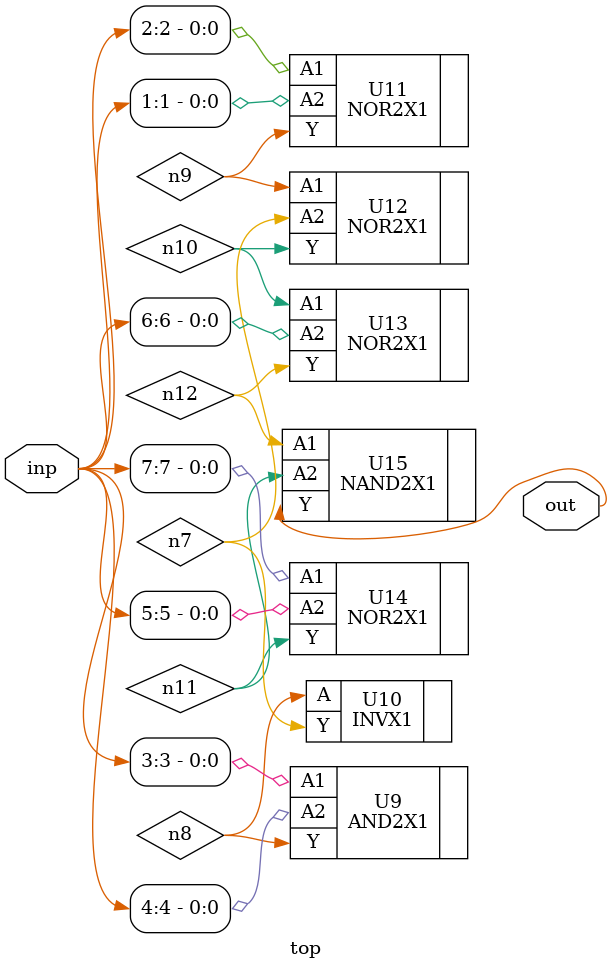
<source format=sv>


module top ( inp, out );
  input [7:0] inp;
  output out;
  wire   n7, n8, n9, n10, n11, n12;

  AND2X1 U9 ( .A1(inp[3]), .A2(inp[4]), .Y(n8) );
  INVX1 U10 ( .A(n8), .Y(n7) );
  NOR2X1 U11 ( .A1(inp[2]), .A2(inp[1]), .Y(n9) );
  NOR2X1 U12 ( .A1(n9), .A2(n7), .Y(n10) );
  NOR2X1 U13 ( .A1(n10), .A2(inp[6]), .Y(n12) );
  NOR2X1 U14 ( .A1(inp[7]), .A2(inp[5]), .Y(n11) );
  NAND2X1 U15 ( .A1(n12), .A2(n11), .Y(out) );
endmodule


</source>
